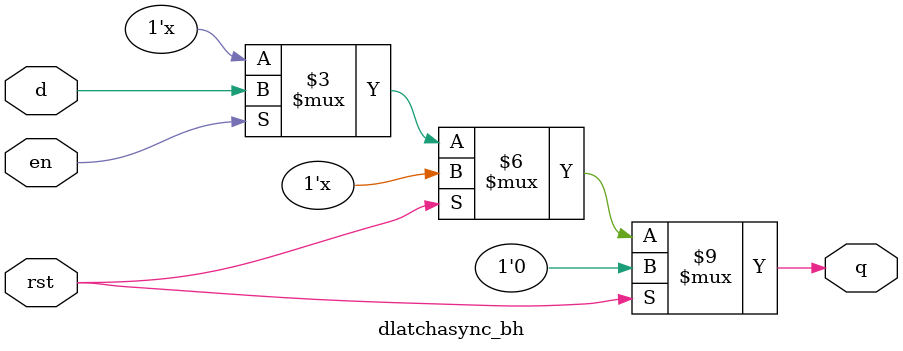
<source format=v>
`timescale 1ns/100ps
module dlatchasync_bh(q,d,en,rst);
  input en,d,rst;                                                                                                                 
  output reg q;
  
  always @(*)
    if(rst)
      q=1'b0;
  else if(en)
    q=d;
endmodule
    
  

</source>
